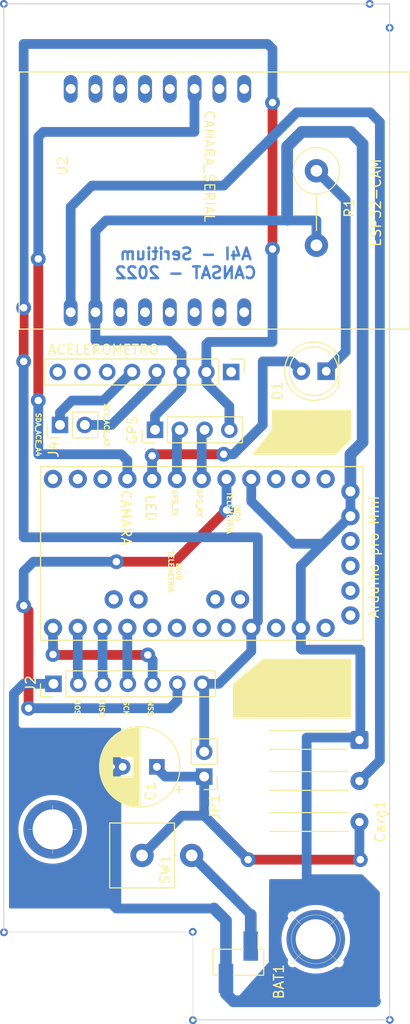
<source format=kicad_pcb>
(kicad_pcb (version 20211014) (generator pcbnew)
  (layers (0 "F.Cu" signal) (31 "B.Cu" signal) (34 "B.Paste" user) (35 "F.Paste" user) (36 "B.SilkS" user "B.Silkscreen") (37 "F.SilkS" user "F.Silkscreen") (38 "B.Mask" user) (39 "F.Mask" user) (44 "Edge.Cuts" user))
  (net 0 "")
  (net 1 "Net-(C1-Pad1)")
  (net 2 "3.7V")
  (net 3 "Net-(D1-Pad1)")
  (net 4 "GND")
  (net 5 "/LED")
  (net 6 "5V")
  (net 15 "/CAMARA")
  (net 22 "3.3V")
  (net 26 "/MOSI")
  (net 27 "/MISO")
  (net 28 "/SCK")
  (net 29 "NSS")
  (net 30 "DIO0")
  (net 31 "/GPS_RX")
  (net 52 "/GPS_TX")
  (net 53 "/SCL_ACE")
  (net 54 "/SDA_ACE")
  (footprint "LED_THT:LED_D5.0mm" (layer "F.Cu") (at 32.997312 37.568536 180)
    (fp_text reference "D1" (at 5 -2 90) (layer "F.SilkS"))
    (fp_text value "LED Blanco brillante")
    (fp_line (start -1.29 -1.545) (end -1.29 1.545) (layer "F.SilkS") (width 0.12))
    (fp_arc (start -1.29 -1.54483) (mid 2.072002 -2.880433) (end 4.26 0.000462) (layer "F.SilkS") (width 0.12))
    (fp_arc (start 4.26 -0.000462) (mid 2.072002 2.880433) (end -1.29 1.54483) (layer "F.SilkS") (width 0.12))
    (fp_circle (center 1.27 0) (end 3.77 0) (layer "F.SilkS") (width 0.12) (fill none))
    (pad "1" thru_hole rect (at 0 0 180) (size 1.8 1.8) (drill 0.9) (layers *.Cu *.Mask) (net 3 "Net-(D1-Pad1)"))
    (pad "2" thru_hole circle (at 2.54 0 180) (size 1.8 1.8) (drill 0.9) (layers *.Cu *.Mask) (net 5 "/LED"))
  )
  (footprint "Connector_PinHeader_2.54mm:PinHeader_1x02_P2.54mm_Vertical" (layer "F.Cu") (at 20.497312 79.068536 180)
    (fp_text reference "JP1" (at -1.080059 -3.099988 90) (layer "F.SilkS"))
    (fp_text value "JUMPER_CIRCUITO")
    (fp_line (start 1.33 1.27) (end 1.33 3.87) (layer "F.SilkS") (width 0.12))
    (fp_line (start -1.33 0) (end -1.33 -1.33) (layer "F.SilkS") (width 0.12))
    (fp_line (start -1.33 1.27) (end 1.33 1.27) (layer "F.SilkS") (width 0.12))
    (fp_line (start -1.33 -1.33) (end 0 -1.33) (layer "F.SilkS") (width 0.12))
    (fp_line (start -1.33 1.27) (end -1.33 3.87) (layer "F.SilkS") (width 0.12))
    (fp_line (start -1.33 3.87) (end 1.33 3.87) (layer "F.SilkS") (width 0.12))
    (pad "1" thru_hole rect (at 0 0 180) (size 1.7 1.7) (drill 1) (layers *.Cu *.Mask) (net 1 "Net-(C1-Pad1)"))
    (pad "2" thru_hole oval (at 0 2.54 180) (size 1.7 1.7) (drill 1) (layers *.Cu *.Mask) (net 22 "3.3V"))
  )
  (footprint "ESP32_CAM:ESP32-CAM" (layer "F.Cu") (at 16.976333 20.098711 90)
    (fp_text reference "U2" (at 3.530175 -10.979021 90) (layer "F.SilkS"))
    (fp_text value "ESP32-CAM")
    (fp_text user "ESP32-CAM" (at -0.219307 21.121858 90) (layer "F.SilkS"))
    (fp_line (start -13.16 -15.43) (end 13.16 -15.43) (layer "F.SilkS") (width 0.127))
    (fp_line (start 13.16 -15.43) (end 13.16 24.57) (layer "F.SilkS") (width 0.127))
    (fp_line (start -13.16 24.57) (end -13.16 -15.43) (layer "F.SilkS") (width 0.127))
    (fp_line (start 13.16 24.57) (end -13.16 24.57) (layer "F.SilkS") (width 0.127))
    (pad "P$1" thru_hole oval locked (at -11.43 -10.16 90) (size 2.8448 1.4224) (drill 1) (layers *.Cu *.Mask) (net 6 "5V"))
    (pad "P$2" thru_hole oval locked (at -11.43 -7.62 90) (size 2.8448 1.4224) (drill 1) (layers *.Cu *.Mask) (net 4 "GND"))
    (pad "P$3" thru_hole oval locked (at -11.43 -5.08 90) (size 2.8448 1.4224) (drill 1) (layers *.Cu *.Mask))
    (pad "P$4" thru_hole oval locked (at -11.43 -2.54 90) (size 2.8448 1.4224) (drill 1) (layers *.Cu *.Mask))
    (pad "P$5" thru_hole oval locked (at -11.43 0 90) (size 2.8448 1.4224) (drill 1) (layers *.Cu *.Mask))
    (pad "P$6" thru_hole oval locked (at -11.43 2.54 90) (size 2.8448 1.4224) (drill 1) (layers *.Cu *.Mask))
    (pad "P$7" thru_hole oval locked (at -11.43 5.08 90) (size 2.8448 1.4224) (drill 1) (layers *.Cu *.Mask))
    (pad "P$8" thru_hole oval locked (at -11.43 7.62 90) (size 2.8448 1.4224) (drill 1) (layers *.Cu *.Mask))
    (pad "P$9" thru_hole oval locked (at 11.43 7.62 90) (size 2.8448 1.4224) (drill 1) (layers *.Cu *.Mask))
    (pad "P$10" thru_hole oval locked (at 11.43 5.08 90) (size 2.8448 1.4224) (drill 1) (layers *.Cu *.Mask))
    (pad "P$11" thru_hole oval locked (at 11.43 2.54 90) (size 2.8448 1.4224) (drill 1) (layers *.Cu *.Mask) (net 15 "/CAMARA"))
    (pad "P$12" thru_hole oval locked (at 11.43 0 90) (size 2.8448 1.4224) (drill 1) (layers *.Cu *.Mask))
    (pad "P$13" thru_hole oval locked (at 11.43 -2.54 90) (size 2.8448 1.4224) (drill 1) (layers *.Cu *.Mask))
    (pad "P$14" thru_hole oval locked (at 11.43 -5.08 90) (size 2.8448 1.4224) (drill 1) (layers *.Cu *.Mask))
    (pad "P$15" thru_hole oval locked (at 11.43 -7.62 90) (size 2.8448 1.4224) (drill 1) (layers *.Cu *.Mask))
    (pad "P$16" thru_hole oval locked (at 11.43 -10.16 90) (size 2.8448 1.4224) (drill 1) (layers *.Cu *.Mask))
  )
  (footprint "Resistor_THT:R_Axial_DIN0414_L11.9mm_D4.5mm_P7.62mm_Vertical" (layer "F.Cu") (at 31.997312 17.053536 -90)
    (fp_text reference "R1" (at 3.81 -3.37 90) (layer "F.SilkS"))
    (fp_text value "220 Ohm")
    (fp_line (start 2.37 0) (end 6.12 0) (layer "F.SilkS") (width 0.12))
    (fp_circle (center 0 0) (end 2.37 0) (layer "F.SilkS") (width 0.12) (fill none))
    (pad "1" thru_hole circle (at 0 0 270) (size 2.4 2.4) (drill 1.2) (layers *.Cu *.Mask) (net 3 "Net-(D1-Pad1)"))
    (pad "2" thru_hole oval (at 7.62 0 270) (size 2.4 2.4) (drill 1.2) (layers *.Cu *.Mask) (net 4 "GND"))
  )
  (footprint "Connector_PinHeader_2.54mm:PinHeader_1x02_P2.54mm_Vertical" (layer "F.Cu") (at 5.722312 43.068536 90)
    (fp_text reference "J4" (at -2.5 -0.665 90) (layer "F.SilkS"))
    (fp_text value "AEREO")
    (fp_line (start -1.33 3.87) (end 1.33 3.87) (layer "F.SilkS") (width 0.12))
    (fp_line (start -1.33 -1.33) (end 0 -1.33) (layer "F.SilkS") (width 0.12))
    (fp_line (start -1.33 0) (end -1.33 -1.33) (layer "F.SilkS") (width 0.12))
    (fp_line (start -1.33 1.27) (end -1.33 3.87) (layer "F.SilkS") (width 0.12))
    (fp_line (start 1.33 1.27) (end 1.33 3.87) (layer "F.SilkS") (width 0.12))
    (fp_line (start -1.33 1.27) (end 1.33 1.27) (layer "F.SilkS") (width 0.12))
    (pad "1" thru_hole rect (at 0 0 90) (size 1.7 1.7) (drill 1) (layers *.Cu *.Mask) (net 54 "/SDA_ACE"))
    (pad "2" thru_hole oval (at 0 2.54 90) (size 1.7 1.7) (drill 1) (layers *.Cu *.Mask) (net 53 "/SCL_ACE"))
  )
  (footprint "Capacitor_THT:CP_Radial_D8.0mm_P3.50mm" (layer "F.Cu") (at 15.649963 78.068536 180)
    (fp_text reference "C1" (at 0.652651 -2.5 90) (layer "F.SilkS"))
    (fp_text value "47uF")
    (fp_line (start 5.191 -2.228) (end 5.191 2.228) (layer "F.SilkS") (width 0.12))
    (fp_line (start 3.711 1.04) (end 3.711 3.584) (layer "F.SilkS") (width 0.12))
    (fp_line (start 5.351 -1.964) (end 5.351 1.964) (layer "F.SilkS") (width 0.12))
    (fp_line (start 3.911 -3.469) (end 3.911 -1.04) (layer "F.SilkS") (width 0.12))
    (fp_line (start 1.91 -4.077) (end 1.91 4.077) (layer "F.SilkS") (width 0.12))
    (fp_line (start 5.791 -0.768) (end 5.791 0.768) (layer "F.SilkS") (width 0.12))
    (fp_line (start 2.551 1.04) (end 2.551 4.002) (layer "F.SilkS") (width 0.12))
    (fp_line (start 3.431 1.04) (end 3.431 3.722) (layer "F.SilkS") (width 0.12))
    (fp_line (start 3.471 -3.704) (end 3.471 -1.04) (layer "F.SilkS") (width 0.12))
    (fp_line (start 4.391 -3.124) (end 4.391 -1.04) (layer "F.SilkS") (width 0.12))
    (fp_line (start 4.151 -3.309) (end 4.151 -1.04) (layer "F.SilkS") (width 0.12))
    (fp_line (start 4.111 1.04) (end 4.111 3.338) (layer "F.SilkS") (width 0.12))
    (fp_line (start 2.35 -4.037) (end 2.35 4.037) (layer "F.SilkS") (width 0.12))
    (fp_line (start 4.031 -3.392) (end 4.031 -1.04) (layer "F.SilkS") (width 0.12))
    (fp_line (start 3.831 -3.517) (end 3.831 -1.04) (layer "F.SilkS") (width 0.12))
    (fp_line (start 1.79 -4.08) (end 1.79 4.08) (layer "F.SilkS") (width 0.12))
    (fp_line (start 4.631 -2.907) (end 4.631 2.907) (layer "F.SilkS") (width 0.12))
    (fp_line (start 3.711 -3.584) (end 3.711 -1.04) (layer "F.SilkS") (width 0.12))
    (fp_line (start 5.831 -0.533) (end 5.831 0.533) (layer "F.SilkS") (width 0.12))
    (fp_line (start 5.311 -2.034) (end 5.311 2.034) (layer "F.SilkS") (width 0.12))
    (fp_line (start 1.95 -4.076) (end 1.95 4.076) (layer "F.SilkS") (width 0.12))
    (fp_line (start 3.431 -3.722) (end 3.431 -1.04) (layer "F.SilkS") (width 0.12))
    (fp_line (start 2.751 1.04) (end 2.751 3.957) (layer "F.SilkS") (width 0.12))
    (fp_line (start 4.991 -2.505) (end 4.991 2.505) (layer "F.SilkS") (width 0.12))
    (fp_line (start 4.351 -3.156) (end 4.351 -1.04) (layer "F.SilkS") (width 0.12))
    (fp_line (start 2.951 -3.902) (end 2.951 -1.04) (layer "F.SilkS") (width 0.12))
    (fp_line (start 3.751 1.04) (end 3.751 3.562) (layer "F.SilkS") (width 0.12))
    (fp_line (start -2.659698 -2.315) (end -1.859698 -2.315) (layer "F.SilkS") (width 0.12))
    (fp_line (start 3.231 -3.805) (end 3.231 -1.04) (layer "F.SilkS") (width 0.12))
    (fp_line (start 5.751 -0.948) (end 5.751 0.948) (layer "F.SilkS") (width 0.12))
    (fp_line (start 4.871 -2.651) (end 4.871 2.651) (layer "F.SilkS") (width 0.12))
    (fp_line (start 4.831 -2.697) (end 4.831 2.697) (layer "F.SilkS") (width 0.12))
    (fp_line (start 3.551 -3.666) (end 3.551 -1.04) (layer "F.SilkS") (width 0.12))
    (fp_line (start 2.471 1.04) (end 2.471 4.017) (layer "F.SilkS") (width 0.12))
    (fp_line (start 5.511 -1.645) (end 5.511 1.645) (layer "F.SilkS") (width 0.12))
    (fp_line (start 2.551 -4.002) (end 2.551 -1.04) (layer "F.SilkS") (width 0.12))
    (fp_line (start 2.27 -4.048) (end 2.27 4.048) (layer "F.SilkS") (width 0.12))
    (fp_line (start 3.271 1.04) (end 3.271 3.79) (layer "F.SilkS") (width 0.12))
    (fp_line (start 2.15 -4.061) (end 2.15 4.061) (layer "F.SilkS") (width 0.12))
    (fp_line (start 5.711 -1.098) (end 5.711 1.098) (layer "F.SilkS") (width 0.12))
    (fp_line (start 3.551 1.04) (end 3.551 3.666) (layer "F.SilkS") (width 0.12))
    (fp_line (start 3.191 -3.821) (end 3.191 -1.04) (layer "F.SilkS") (width 0.12))
    (fp_line (start 4.351 1.04) (end 4.351 3.156) (layer "F.SilkS") (width 0.12))
    (fp_line (start 4.591 -2.945) (end 4.591 2.945) (layer "F.SilkS") (width 0.12))
    (fp_line (start 2.671 -3.976) (end 2.671 -1.04) (layer "F.SilkS") (width 0.12))
    (fp_line (start 2.07 -4.068) (end 2.07 4.068) (layer "F.SilkS") (width 0.12))
    (fp_line (start 2.831 -3.936) (end 2.831 -1.04) (layer "F.SilkS") (width 0.12))
    (fp_line (start 2.19 -4.057) (end 2.19 4.057) (layer "F.SilkS") (width 0.12))
    (fp_line (start 2.631 1.04) (end 2.631 3.985) (layer "F.SilkS") (width 0.12))
    (fp_line (start 3.951 1.04) (end 3.951 3.444) (layer "F.SilkS") (width 0.12))
    (fp_line (start 2.711 -3.967) (end 2.711 -1.04) (layer "F.SilkS") (width 0.12))
    (fp_line (start 4.191 1.04) (end 4.191 3.28) (layer "F.SilkS") (width 0.12))
    (fp_line (start 5.471 -1.731) (end 5.471 1.731) (layer "F.SilkS") (width 0.12))
    (fp_line (start 4.271 1.04) (end 4.271 3.22) (layer "F.SilkS") (width 0.12))
    (fp_line (start 5.111 -2.345) (end 5.111 2.345) (layer "F.SilkS") (width 0.12))
    (fp_line (start 4.311 1.04) (end 4.311 3.189) (layer "F.SilkS") (width 0.12))
    (fp_line (start 2.871 1.04) (end 2.871 3.925) (layer "F.SilkS") (width 0.12))
    (fp_line (start 3.991 -3.418) (end 3.991 -1.04) (layer "F.SilkS") (width 0.12))
    (fp_line (start -2.259698 -2.715) (end -2.259698 -1.915) (layer "F.SilkS") (width 0.12))
    (fp_line (start 2.471 -4.017) (end 2.471 -1.04) (layer "F.SilkS") (width 0.12))
    (fp_line (start 2.911 1.04) (end 2.911 3.914) (layer "F.SilkS") (width 0.12))
    (fp_line (start 3.791 -3.54) (end 3.791 -1.04) (layer "F.SilkS") (width 0.12))
    (fp_line (start 4.231 -3.25) (end 4.231 -1.04) (layer "F.SilkS") (width 0.12))
    (fp_line (start 1.83 -4.08) (end 1.83 4.08) (layer "F.SilkS") (width 0.12))
    (fp_line (start 4.031 1.04) (end 4.031 3.392) (layer "F.SilkS") (width 0.12))
    (fp_line (start 1.99 -4.074) (end 1.99 4.074) (layer "F.SilkS") (width 0.12))
    (fp_line (start 3.671 -3.606) (end 3.671 -1.04) (layer "F.SilkS") (width 0.12))
    (fp_line (start 4.471 -3.055) (end 4.471 -1.04) (layer "F.SilkS") (width 0.12))
    (fp_line (start 4.711 -2.826) (end 4.711 2.826) (layer "F.SilkS") (width 0.12))
    (fp_line (start 2.951 1.04) (end 2.951 3.902) (layer "F.SilkS") (width 0.12))
    (fp_line (start 4.071 -3.365) (end 4.071 -1.04) (layer "F.SilkS") (width 0.12))
    (fp_line (start 2.591 1.04) (end 2.591 3.994) (layer "F.SilkS") (width 0.12))
    (fp_line (start 2.39 -4.03) (end 2.39 4.03) (layer "F.SilkS") (width 0.12))
    (fp_line (start 2.511 1.04) (end 2.511 4.01) (layer "F.SilkS") (width 0.12))
    (fp_line (start 4.951 -2.556) (end 4.951 2.556) (layer "F.SilkS") (width 0.12))
    (fp_line (start 3.511 -3.686) (end 3.511 -1.04) (layer "F.SilkS") (width 0.12))
    (fp_line (start 5.271 -2.102) (end 5.271 2.102) (layer "F.SilkS") (width 0.12))
    (fp_line (start 2.31 -4.042) (end 2.31 4.042) (layer "F.SilkS") (width 0.12))
    (fp_line (start 3.391 1.04) (end 3.391 3.74) (layer "F.SilkS") (width 0.12))
    (fp_line (start 2.991 1.04) (end 2.991 3.889) (layer "F.SilkS") (width 0.12))
    (fp_line (start 2.991 -3.889) (end 2.991 -1.04) (layer "F.SilkS") (width 0.12))
    (fp_line (start 4.431 1.04) (end 4.431 3.09) (layer "F.SilkS") (width 0.12))
    (fp_line (start 3.911 1.04) (end 3.911 3.469) (layer "F.SilkS") (width 0.12))
    (fp_line (start 3.111 1.04) (end 3.111 3.85) (layer "F.SilkS") (width 0.12))
    (fp_line (start 4.511 -3.019) (end 4.511 -1.04) (layer "F.SilkS") (width 0.12))
    (fp_line (start 2.711 1.04) (end 2.711 3.967) (layer "F.SilkS") (width 0.12))
    (fp_line (start 4.151 1.04) (end 4.151 3.309) (layer "F.SilkS") (width 0.12))
    (fp_line (start 4.391 1.04) (end 4.391 3.124) (layer "F.SilkS") (width 0.12))
    (fp_line (start 4.231 1.04) (end 4.231 3.25) (layer "F.SilkS") (width 0.12))
    (fp_line (start 3.151 -3.835) (end 3.151 -1.04) (layer "F.SilkS") (width 0.12))
    (fp_line (start 3.671 1.04) (end 3.671 3.606) (layer "F.SilkS") (width 0.12))
    (fp_line (start 3.031 -3.877) (end 3.031 -1.04) (layer "F.SilkS") (width 0.12))
    (fp_line (start 3.591 -3.647) (end 3.591 -1.04) (layer "F.SilkS") (width 0.12))
    (fp_line (start 4.071 1.04) (end 4.071 3.365) (layer "F.SilkS") (width 0.12))
    (fp_line (start 2.23 -4.052) (end 2.23 4.052) (layer "F.SilkS") (width 0.12))
    (fp_line (start 3.871 -3.493) (end 3.871 -1.04) (layer "F.SilkS") (width 0.12))
    (fp_line (start 5.671 -1.229) (end 5.671 1.229) (layer "F.SilkS") (width 0.12))
    (fp_line (start 5.551 -1.552) (end 5.551 1.552) (layer "F.SilkS") (width 0.12))
    (fp_line (start 3.511 1.04) (end 3.511 3.686) (layer "F.SilkS") (width 0.12))
    (fp_line (start 2.631 -3.985) (end 2.631 -1.04) (layer "F.SilkS") (width 0.12))
    (fp_line (start 3.311 1.04) (end 3.311 3.774) (layer "F.SilkS") (width 0.12))
    (fp_line (start 4.431 -3.09) (end 4.431 -1.04) (layer "F.SilkS") (width 0.12))
    (fp_line (start 3.751 -3.562) (end 3.751 -1.04) (layer "F.SilkS") (width 0.12))
    (fp_line (start 5.431 -1.813) (end 5.431 1.813) (layer "F.SilkS") (width 0.12))
    (fp_line (start 3.271 -3.79) (end 3.271 -1.04) (layer "F.SilkS") (width 0.12))
    (fp_line (start 2.591 -3.994) (end 2.591 -1.04) (layer "F.SilkS") (width 0.12))
    (fp_line (start 5.591 -1.453) (end 5.591 1.453) (layer "F.SilkS") (width 0.12))
    (fp_line (start 5.231 -2.166) (end 5.231 2.166) (layer "F.SilkS") (width 0.12))
    (fp_line (start 3.871 1.04) (end 3.871 3.493) (layer "F.SilkS") (width 0.12))
    (fp_line (start 3.471 1.04) (end 3.471 3.704) (layer "F.SilkS") (width 0.12))
    (fp_line (start 3.631 -3.627) (end 3.631 -1.04) (layer "F.SilkS") (width 0.12))
    (fp_line (start 4.471 1.04) (end 4.471 3.055) (layer "F.SilkS") (width 0.12))
    (fp_line (start 2.43 -4.024) (end 2.43 4.024) (layer "F.SilkS") (width 0.12))
    (fp_line (start 4.511 1.04) (end 4.511 3.019) (layer "F.SilkS") (width 0.12))
    (fp_line (start 5.031 -2.454) (end 5.031 2.454) (layer "F.SilkS") (width 0.12))
    (fp_line (start 2.11 -4.065) (end 2.11 4.065) (layer "F.SilkS") (width 0.12))
    (fp_line (start 4.791 -2.741) (end 4.791 2.741) (layer "F.SilkS") (width 0.12))
    (fp_line (start 3.111 -3.85) (end 3.111 -1.04) (layer "F.SilkS") (width 0.12))
    (fp_line (start 1.87 -4.079) (end 1.87 4.079) (layer "F.SilkS") (width 0.12))
    (fp_line (start 2.911 -3.914) (end 2.911 -1.04) (layer "F.SilkS") (width 0.12))
    (fp_line (start 4.271 -3.22) (end 4.271 -1.04) (layer "F.SilkS") (width 0.12))
    (fp_line (start 2.791 -3.947) (end 2.791 -1.04) (layer "F.SilkS") (width 0.12))
    (fp_line (start 3.071 1.04) (end 3.071 3.863) (layer "F.SilkS") (width 0.12))
    (fp_line (start 4.911 -2.604) (end 4.911 2.604) (layer "F.SilkS") (width 0.12))
    (fp_line (start 4.751 -2.784) (end 4.751 2.784) (layer "F.SilkS") (width 0.12))
    (fp_line (start 2.751 -3.957) (end 2.751 -1.04) (layer "F.SilkS") (width 0.12))
    (fp_line (start 4.671 -2.867) (end 4.671 2.867) (layer "F.SilkS") (width 0.12))
    (fp_line (start 3.631 1.04) (end 3.631 3.627) (layer "F.SilkS") (width 0.12))
    (fp_line (start 3.311 -3.774) (end 3.311 -1.04) (layer "F.SilkS") (width 0.12))
    (fp_line (start 2.871 -3.925) (end 2.871 -1.04) (layer "F.SilkS") (width 0.12))
    (fp_line (start 2.831 1.04) (end 2.831 3.936) (layer "F.SilkS") (width 0.12))
    (fp_line (start 5.391 -1.89) (end 5.391 1.89) (layer "F.SilkS") (width 0.12))
    (fp_line (start 4.191 -3.28) (end 4.191 -1.04) (layer "F.SilkS") (width 0.12))
    (fp_line (start 4.111 -3.338) (end 4.111 -1.04) (layer "F.SilkS") (width 0.12))
    (fp_line (start 3.991 1.04) (end 3.991 3.418) (layer "F.SilkS") (width 0.12))
    (fp_line (start 2.671 1.04) (end 2.671 3.976) (layer "F.SilkS") (width 0.12))
    (fp_line (start 1.75 -4.08) (end 1.75 4.08) (layer "F.SilkS") (width 0.12))
    (fp_line (start 3.391 -3.74) (end 3.391 -1.04) (layer "F.SilkS") (width 0.12))
    (fp_line (start 3.951 -3.444) (end 3.951 -1.04) (layer "F.SilkS") (width 0.12))
    (fp_line (start 3.591 1.04) (end 3.591 3.647) (layer "F.SilkS") (width 0.12))
    (fp_line (start 2.791 1.04) (end 2.791 3.947) (layer "F.SilkS") (width 0.12))
    (fp_line (start 5.071 -2.4) (end 5.071 2.4) (layer "F.SilkS") (width 0.12))
    (fp_line (start 3.231 1.04) (end 3.231 3.805) (layer "F.SilkS") (width 0.12))
    (fp_line (start 3.151 1.04) (end 3.151 3.835) (layer "F.SilkS") (width 0.12))
    (fp_line (start 2.511 -4.01) (end 2.511 -1.04) (layer "F.SilkS") (width 0.12))
    (fp_line (start 4.551 -2.983) (end 4.551 2.983) (layer "F.SilkS") (width 0.12))
    (fp_line (start 3.351 1.04) (end 3.351 3.757) (layer "F.SilkS") (width 0.12))
    (fp_line (start 5.151 -2.287) (end 5.151 2.287) (layer "F.SilkS") (width 0.12))
    (fp_line (start 3.031 1.04) (end 3.031 3.877) (layer "F.SilkS") (width 0.12))
    (fp_line (start 2.03 -4.071) (end 2.03 4.071) (layer "F.SilkS") (width 0.12))
    (fp_line (start 3.071 -3.863) (end 3.071 -1.04) (layer "F.SilkS") (width 0.12))
    (fp_line (start 3.831 1.04) (end 3.831 3.517) (layer "F.SilkS") (width 0.12))
    (fp_line (start 5.631 -1.346) (end 5.631 1.346) (layer "F.SilkS") (width 0.12))
    (fp_line (start 3.351 -3.757) (end 3.351 -1.04) (layer "F.SilkS") (width 0.12))
    (fp_line (start 3.791 1.04) (end 3.791 3.54) (layer "F.SilkS") (width 0.12))
    (fp_line (start 3.191 1.04) (end 3.191 3.821) (layer "F.SilkS") (width 0.12))
    (fp_line (start 4.311 -3.189) (end 4.311 -1.04) (layer "F.SilkS") (width 0.12))
    (fp_circle (center 1.75 0) (end 5.87 0) (layer "F.SilkS") (width 0.12) (fill none))
    (pad "1" thru_hole rect (at 0 0 180) (size 1.6 1.6) (drill 0.8) (layers *.Cu *.Mask) (net 1 "Net-(C1-Pad1)"))
    (pad "2" thru_hole circle (at 3.5 0 180) (size 1.6 1.6) (drill 0.8) (layers *.Cu *.Mask) (net 4 "GND"))
  )
  (footprint "Resistor_THT:R_Axial_Power_L20.0mm_W6.4mm_P5.08mm_Vertical" (layer "F.Cu") (at 14.130964 87.138414)
    (fp_text reference "SW1" (at 2.366348 1.430122 90) (layer "F.SilkS"))
    (fp_text value "Interruptor general")
    (fp_line (start 3.32 3.32) (end 3.32 -3.32) (layer "F.SilkS") (width 0.12))
    (fp_line (start -3.32 3.32) (end 3.32 3.32) (layer "F.SilkS") (width 0.12))
    (fp_line (start 3.32 -3.32) (end -3.32 -3.32) (layer "F.SilkS") (width 0.12))
    (fp_line (start -3.32 -3.32) (end -3.32 3.32) (layer "F.SilkS") (width 0.12))
    (fp_line (start 3.32 0) (end 3.58 0) (layer "F.SilkS") (width 0.12))
    (pad "1" thru_hole circle (at 0 0) (size 2.4 2.4) (drill 1.2) (layers *.Cu *.Mask) (net 1 "Net-(C1-Pad1)"))
    (pad "2" thru_hole oval (at 5.08 0) (size 2.4 2.4) (drill 1.2) (layers *.Cu *.Mask) (net 2 "3.7V"))
  )
  (footprint "Connector_PinHeader_2.54mm:PinHeader_1x02_P2.54mm_Vertical_SMD_Pin1Left" (layer "F.Cu") (at 23.997312 98.068536 -90)
    (fp_text reference "BAT1" (at 1.99439 -4.149318 90) (layer "F.SilkS"))
    (fp_text value "Pilas")
    (fp_line (start 1.33 -2.6) (end 1.33 0.51) (layer "F.SilkS") (width 0.12))
    (fp_line (start -1.33 -2.03) (end -2.85 -2.03) (layer "F.SilkS") (width 0.12))
    (fp_line (start -1.33 -2.6) (end -1.33 -2.03) (layer "F.SilkS") (width 0.12))
    (fp_line (start 1.33 2.03) (end 1.33 2.6) (layer "F.SilkS") (width 0.12))
    (fp_line (start -1.33 -0.51) (end -1.33 2.6) (layer "F.SilkS") (width 0.12))
    (fp_line (start -1.33 -2.6) (end 1.33 -2.6) (layer "F.SilkS") (width 0.12))
    (fp_line (start -1.33 2.6) (end 1.33 2.6) (layer "F.SilkS") (width 0.12))
    (pad "1" smd rect (at -1.655 -1.27 270) (size 3 1.5) (layers "B.Cu" "F.Paste" "F.Mask") (net 2 "3.7V"))
    (pad "2" smd rect (at 1.655 1.27 270) (size 3 1.5) (layers "B.Cu" "F.Paste" "F.Mask") (net 4 "GND"))
  )
  (footprint "Connector_PinHeader_2.54mm:PinHeader_1x07_P2.54mm_Vertical" (layer "F.Cu") (at 5.054836 69.568536 90)
    (fp_text reference "J2" (at 0 -2.33 90) (layer "F.SilkS"))
    (fp_text value "LORA 868Mhz")
    (fp_line (start -1.33 -1.33) (end 0 -1.33) (layer "F.SilkS") (width 0.12))
    (fp_line (start -1.33 1.27) (end 1.33 1.27) (layer "F.SilkS") (width 0.12))
    (fp_line (start 1.33 1.27) (end 1.33 16.57) (layer "F.SilkS") (width 0.12))
    (fp_line (start -1.33 1.27) (end -1.33 16.57) (layer "F.SilkS") (width 0.12))
    (fp_line (start -1.33 16.57) (end 1.33 16.57) (layer "F.SilkS") (width 0.12))
    (fp_line (start -1.33 0) (end -1.33 -1.33) (layer "F.SilkS") (width 0.12))
    (pad "1" thru_hole rect (at 0 0 90) (size 1.7 1.7) (drill 1) (layers *.Cu *.Mask) (net 4 "GND"))
    (pad "2" thru_hole oval (at 0 2.54 90) (size 1.7 1.7) (drill 1) (layers *.Cu *.Mask) (net 26 "/MOSI"))
    (pad "3" thru_hole oval (at 0 5.08 90) (size 1.7 1.7) (drill 1) (layers *.Cu *.Mask) (net 27 "/MISO"))
    (pad "4" thru_hole oval (at 0 7.62 90) (size 1.7 1.7) (drill 1) (layers *.Cu *.Mask) (net 28 "/SCK"))
    (pad "5" thru_hole oval (at 0 10.16 90) (size 1.7 1.7) (drill 1) (layers *.Cu *.Mask) (net 29 "NSS"))
    (pad "6" thru_hole oval (at 0 12.7 90) (size 1.7 1.7) (drill 1) (layers *.Cu *.Mask) (net 30 "DIO0"))
    (pad "7" thru_hole oval (at 0 15.24 90) (size 1.7 1.7) (drill 1) (layers *.Cu *.Mask) (net 22 "3.3V"))
  )
  (footprint "Connector_PinHeader_2.54mm:PinHeader_1x08_P2.54mm_Vertical" (layer "F.Cu") (at 23.262422 37.649369 -90)
    (fp_text reference "ACELEROMETRO" (at -2.280811 13.08526) (layer "F.SilkS"))
    (fp_text value "GY-87")
    (fp_line (start 1.33 1.27) (end 1.33 19.11) (layer "F.SilkS") (width 0.12))
    (fp_line (start -1.33 -1.33) (end 0 -1.33) (layer "F.SilkS") (width 0.12))
    (fp_line (start -1.33 1.27) (end 1.33 1.27) (layer "F.SilkS") (width 0.12))
    (fp_line (start -1.33 1.27) (end -1.33 19.11) (layer "F.SilkS") (width 0.12))
    (fp_line (start -1.33 19.11) (end 1.33 19.11) (layer "F.SilkS") (width 0.12))
    (fp_line (start -1.33 0) (end -1.33 -1.33) (layer "F.SilkS") (width 0.12))
    (pad "1" thru_hole rect (at 0 0 270) (size 1.7 1.7) (drill 1) (layers *.Cu *.Mask))
    (pad "2" thru_hole oval (at 0 2.54 270) (size 1.7 1.7) (drill 1) (layers *.Cu *.Mask) (net 22 "3.3V"))
    (pad "3" thru_hole oval (at 0 5.08 270) (size 1.7 1.7) (drill 1) (layers *.Cu *.Mask) (net 4 "GND"))
    (pad "4" thru_hole oval (at 0 7.62 270) (size 1.7 1.7) (drill 1) (layers *.Cu *.Mask) (net 53 "/SCL_ACE"))
    (pad "5" thru_hole oval (at 0 10.16 270) (size 1.7 1.7) (drill 1) (layers *.Cu *.Mask) (net 54 "/SDA_ACE"))
    (pad "6" thru_hole oval (at 0 12.7 270) (size 1.7 1.7) (drill 1) (layers *.Cu *.Mask))
    (pad "7" thru_hole oval (at 0 15.24 270) (size 1.7 1.7) (drill 1) (layers *.Cu *.Mask))
    (pad "8" thru_hole oval (at 0 17.78 270) (size 1.7 1.7) (drill 1) (layers *.Cu *.Mask))
  )
  (footprint "Connector_PinHeader_2.54mm:PinHeader_1x04_P2.54mm_Vertical" (layer "F.Cu") (at 15.457312 43.568536 90)
    (fp_text reference "GPS" (at 0 -2.33 90) (layer "F.SilkS"))
    (fp_text value "GPS_NEO_6")
    (fp_line (start -1.33 8.95) (end 1.33 8.95) (layer "F.SilkS") (width 0.12))
    (fp_line (start -1.33 1.27) (end -1.33 8.95) (layer "F.SilkS") (width 0.12))
    (fp_line (start -1.33 -1.33) (end 0 -1.33) (layer "F.SilkS") (width 0.12))
    (fp_line (start 1.33 1.27) (end 1.33 8.95) (layer "F.SilkS") (width 0.12))
    (fp_line (start -1.33 0) (end -1.33 -1.33) (layer "F.SilkS") (width 0.12))
    (fp_line (start -1.33 1.27) (end 1.33 1.27) (layer "F.SilkS") (width 0.12))
    (pad "1" thru_hole rect (at 0 0 90) (size 1.7 1.7) (drill 1) (layers *.Cu *.Mask) (net 4 "GND"))
    (pad "2" thru_hole oval (at 0 2.54 90) (size 1.7 1.7) (drill 1) (layers *.Cu *.Mask) (net 52 "/GPS_TX"))
    (pad "3" thru_hole oval (at 0 5.08 90) (size 1.7 1.7) (drill 1) (layers *.Cu *.Mask) (net 31 "/GPS_RX"))
    (pad "4" thru_hole oval (at 0 7.62 90) (size 1.7 1.7) (drill 1) (layers *.Cu *.Mask) (net 22 "3.3V"))
  )
  (footprint "ARDUINO_PRO_MINI:MODULE_ARDUINO_PRO_MINI" (layer "F.Cu") (at 20.242715 56.222655 -90)
    (fp_text reference "Arduino pro Mini" (at 0.345881 -17.635 90) (layer "F.SilkS"))
    (fp_text value "ARDUINO_PRO_MINI")
    (fp_line (start -8.89 -16.51) (end -8.89 16.51) (layer "F.SilkS") (width 0.127))
    (fp_line (start 8.89 -16.51) (end -8.89 -16.51) (layer "F.SilkS") (width 0.127))
    (fp_line (start 8.89 16.51) (end 8.89 -16.51) (layer "F.SilkS") (width 0.127))
    (fp_line (start -8.89 16.51) (end 8.89 16.51) (layer "F.SilkS") (width 0.127))
    (pad "JP1_1" thru_hole circle locked (at 6.35 -15.24 270) (size 1.8796 1.8796) (drill 1.016) (layers *.Cu *.Mask))
    (pad "JP1_2" thru_hole circle locked (at 3.81 -15.24 270) (size 1.8796 1.8796) (drill 1.016) (layers *.Cu *.Mask))
    (pad "JP1_3" thru_hole circle locked (at 1.27 -15.24 270) (size 1.8796 1.8796) (drill 1.016) (layers *.Cu *.Mask))
    (pad "JP1_4" thru_hole circle locked (at -1.27 -15.24 270) (size 1.8796 1.8796) (drill 1.016) (layers *.Cu *.Mask))
    (pad "JP1_5" thru_hole circle locked (at -3.81 -15.24 270) (size 1.8796 1.8796) (drill 1.016) (layers *.Cu *.Mask) (net 4 "GND"))
    (pad "JP1_6" thru_hole circle locked (at -6.35 -15.24 270) (size 1.8796 1.8796) (drill 1.016) (layers *.Cu *.Mask) (net 4 "GND"))
    (pad "JP2_1" thru_hole circle locked (at 4.699 -1.397 270) (size 1.8796 1.8796) (drill 1.016) (layers *.Cu *.Mask))
    (pad "JP2_2" thru_hole circle locked (at 4.699 -3.937 270) (size 1.8796 1.8796) (drill 1.016) (layers *.Cu *.Mask))
    (pad "JP3_1" thru_hole circle locked (at 4.699 9.017 270) (size 1.8796 1.8796) (drill 1.016) (layers *.Cu *.Mask))
    (pad "JP3_2" thru_hole circle locked (at 4.699 6.477 270) (size 1.8796 1.8796) (drill 1.016) (layers *.Cu *.Mask))
    (pad "JP6_1" thru_hole circle locked (at 7.62 -12.7 270) (size 1.8796 1.8796) (drill 1.016) (layers *.Cu *.Mask))
    (pad "JP6_2" thru_hole circle locked (at 7.62 -10.16 270) (size 1.8796 1.8796) (drill 1.016) (layers *.Cu *.Mask) (net 4 "GND"))
    (pad "JP6_3" thru_hole circle locked (at 7.62 -7.62 270) (size 1.8796 1.8796) (drill 1.016) (layers *.Cu *.Mask))
    (pad "JP6_4" thru_hole circle locked (at 7.62 -5.08 270) (size 1.8796 1.8796) (drill 1.016) (layers *.Cu *.Mask) (net 22 "3.3V"))
    (pad "JP6_5" thru_hole circle locked (at 7.62 -2.54 270) (size 1.8796 1.8796) (drill 1.016) (layers *.Cu *.Mask))
    (pad "JP6_6" thru_hole circle locked (at 7.62 0 270) (size 1.8796 1.8796) (drill 1.016) (layers *.Cu *.Mask))
    (pad "JP6_7" thru_hole circle locked (at 7.62 2.54 270) (size 1.8796 1.8796) (drill 1.016) (layers *.Cu *.Mask))
    (pad "JP6_8" thru_hole circle locked (at 7.62 5.08 270) (size 1.8796 1.8796) (drill 1.016) (layers *.Cu *.Mask))
    (pad "JP6_9" thru_hole circle locked (at 7.62 7.62 270) (size 1.8796 1.8796) (drill 1.016) (layers *.Cu *.Mask) (net 28 "/SCK"))
    (pad "JP6_10" thru_hole circle locked (at 7.62 10.16 270) (size 1.8796 1.8796) (drill 1.016) (layers *.Cu *.Mask) (net 27 "/MISO"))
    (pad "JP6_11" thru_hole circle locked (at 7.62 12.7 270) (size 1.8796 1.8796) (drill 1.016) (layers *.Cu *.Mask) (net 26 "/MOSI"))
    (pad "JP6_12" thru_hole circle locked (at 7.62 15.24 270) (size 1.8796 1.8796) (drill 1.016) (layers *.Cu *.Mask) (net 29 "NSS"))
    (pad "JP7_1" thru_hole circle locked (at -7.62 15.24 270) (size 1.8796 1.8796) (drill 1.016) (layers *.Cu *.Mask))
    (pad "JP7_2" thru_hole circle locked (at -7.62 12.7 270) (size 1.8796 1.8796) (drill 1.016) (layers *.Cu *.Mask))
    (pad "JP7_3" thru_hole circle locked (at -7.62 10.16 270) (size 1.8796 1.8796) (drill 1.016) (layers *.Cu *.Mask))
    (pad "JP7_4" thru_hole circle locked (at -7.62 7.62 270) (size 1.8796 1.8796) (drill 1.016) (layers *.Cu *.Mask) (net 15 "/CAMARA"))
    (pad "JP7_5" thru_hole circle locked (at -7.62 5.08 270) (size 1.8796 1.8796) (drill 1.016) (layers *.Cu *.Mask) (net 5 "/LED"))
    (pad "JP7_6" thru_hole circle locked (at -7.62 2.54 270) (size 1.8796 1.8796) (drill 1.016) (layers *.Cu *.Mask) (net 52 "/GPS_TX"))
    (pad "JP7_7" thru_hole circle locked (at -7.62 0 270) (size 1.8796 1.8796) (drill 1.016) (layers *.Cu *.Mask) (net 31 "/GPS_RX"))
    (pad "JP7_8" thru_hole circle locked (at -7.62 -2.54 270) (size 1.8796 1.8796) (drill 1.016) (layers *.Cu *.Mask) (net 30 "DIO0"))
    (pad "JP7_9" thru_hole circle locked (at -7.62 -5.08 270) (size 1.8796 1.8796) (drill 1.016) (layers *.Cu *.Mask) (net 4 "GND"))
    (pad "JP7_10" thru_hole circle locked (at -7.62 -7.62 270) (size 1.8796 1.8796) (drill 1.016) (layers *.Cu *.Mask))
    (pad "JP7_11" thru_hole circle locked (at -7.62 -10.16 270) (size 1.8796 1.8796) (drill 1.016) (layers *.Cu *.Mask))
    (pad "JP7_12" thru_hole circle locked (at -7.62 -12.7 270) (size 1.8796 1.8796) (drill 1.016) (layers *.Cu *.Mask))
  )
  (footprint "Connector_Wire:SolderWire-0.25sqmm_1x03_P4.2mm_D0.65mm_OD1.7mm_Relief" (layer "F.Cu") (at 36.406146 75.31516 -90)
    (fp_text reference "Carg1" (at 8.327034 -2.118565 90) (layer "F.SilkS"))
    (fp_text value "Cargador")
    (fp_line (start 0.96 1.185) (end 0.96 9.24) (layer "F.SilkS") (width 0.12))
    (fp_line (start -0.96 1.185) (end -0.96 9.24) (layer "F.SilkS") (width 0.12))
    (fp_line (start 9.36 1.185) (end 9.36 9.24) (layer "F.SilkS") (width 0.12))
    (fp_line (start 5.16 1.185) (end 5.16 9.24) (layer "F.SilkS") (width 0.12))
    (fp_line (start 7.44 1.185) (end 7.44 9.24) (layer "F.SilkS") (width 0.12))
    (fp_line (start 3.24 1.185) (end 3.24 9.24) (layer "F.SilkS") (width 0.12))
    (pad "" np_thru_hole circle (at 0 10.2 270) (size 2.2 2.2) (drill 2.2) (layers *.Cu *.Mask))
    (pad "" np_thru_hole circle (at 8.4 10.2 270) (size 2.2 2.2) (drill 2.2) (layers *.Cu *.Mask))
    (pad "" np_thru_hole circle (at 4.2 10.2 270) (size 2.2 2.2) (drill 2.2) (layers *.Cu *.Mask))
    (pad "1" thru_hole roundrect (at 0 0 270) (size 1.85 1.85) (drill 0.85) (layers *.Cu *.Mask) (roundrect_rratio 0.1351351351) (net 4 "GND"))
    (pad "2" thru_hole circle (at 4.2 0 270) (size 1.85 1.85) (drill 0.85) (layers *.Cu *.Mask) (net 6 "5V"))
    (pad "3" thru_hole circle (at 8.4 0 270) (size 1.85 1.85) (drill 0.85) (layers *.Cu *.Mask) (net 1 "Net-(C1-Pad1)"))
  )
  (gr_poly (pts (xy 33.997312 46.068536) (xy 25.497312 46.068536) (xy 27.497312 43.568536) (xy 27.497312 41.568536) (xy 35.497312 41.568536) (xy 35.497312 44.568536)) (layer "F.SilkS") (width 0.12) (fill solid))
  (gr_poly (pts (xy 23.497312 73.068536) (xy 23.497312 69.568536) (xy 26.497312 67.068536) (xy 35.497312 67.068536) (xy 35.497312 73.068536)) (layer "F.SilkS") (width 0.12) (fill solid))
  (gr_line (start 38.727312 103.968536) (end 19.347312 103.968536) (layer "Edge.Cuts") (width 0.1))
  (gr_line (start 39.497312 -0.031464) (end 39.497312 103.968536) (layer "Edge.Cuts") (width 0.1))
  (gr_line (start -0.032688 -0.031464) (end 39.497312 -0.031464) (layer "Edge.Cuts") (width 0.1))
  (gr_line (start 39.497312 -0.031464) (end 38.727312 -0.031464) (layer "Edge.Cuts") (width 0.1))
  (gr_line (start -0.032688 94.968536) (end -0.032688 -0.031464) (layer "Edge.Cuts") (width 0.1))
  (gr_line (start 39.497312 103.968536) (end 38.727312 103.968536) (layer "Edge.Cuts") (width 0.1))
  (gr_line (start -0.032688 94.968536) (end 19.347312 94.968536) (layer "Edge.Cuts") (width 0.05))
  (gr_line (start 19.347312 94.968536) (end 19.347312 103.968536) (layer "Edge.Cuts") (width 0.05))
  (gr_text "A4I - Seritium\nCANSAT - 2022" (at 18.598581 26.531657) (layer "B.Cu") (effects (font (size 1.2 1.2) (thickness 0.25)) (justify mirror)))
  (gr_text "NSS" (at 14.997312 72.068536 -90) (layer "F.SilkS") (effects (font (size 0.5 0.5) (thickness 0.125))))
  (gr_text "MOSI" (at 7.497312 72.068536 -90) (layer "F.SilkS") (effects (font (size 0.5 0.5) (thickness 0.125))))
  (gr_text "GPS_TX" (at 17.497312 51.068536 -90) (layer "F.SilkS") (effects (font (size 0.5 0.5) (thickness 0.125))))
  (gr_text "SDA_ACE_A4" (at 3.497312 44.068536 -90) (layer "F.SilkS") (effects (font (size 0.5 0.5) (thickness 0.125))))
  (gr_text "CAMARA" (at 12.497312 52.568536 -90) (layer "F.SilkS") (effects (font (size 1 1))))
  (gr_text "DIO0\nTELEMETRIA" (at 17.497312 58.068536 -90) (layer "F.SilkS") (effects (font (size 0.5 0.5) (thickness 0.125))))
  (gr_text "LED" (at 14.997312 51.568536 -90) (layer "F.SilkS") (effects (font (size 1 1))))
  (gr_text "SCL_ACE_A5" (at 10.497312 43.068536 -90) (layer "F.SilkS") (effects (font (size 0.5 0.5) (thickness 0.125))))
  (gr_text "DIO0\nTELEMETRIA" (at 23.497312 52.068536 -90) (layer "F.SilkS") (effects (font (size 0.5 0.5) (thickness 0.125))))
  (gr_text "MISO" (at 9.997312 72.068536 -90) (layer "F.SilkS") (effects (font (size 0.5 0.5) (thickness 0.125))))
  (gr_text "CAMARA_SERIAL" (at 21.031784 16.568536 -90) (layer "F.SilkS") (effects (font (size 1 1) (thickness 0.125))))
  (gr_text "GPS_RX" (at 19.997312 51.068536 -90) (layer "F.SilkS") (effects (font (size 0.5 0.5) (thickness 0.125))))
  (gr_text "SCK" (at 12.497312 72.068536 -90) (layer "F.SilkS") (effects (font (size 0.5 0.5) (thickness 0.125))))
  (target plus (at 4.967312 84.468536) (size 5) (width 0.05) (layer "Edge.Cuts"))
  (target x (at 31.927312 95.718536) (size 5) (width 0.05) (layer "Edge.Cuts"))
  (via (at 39.499861 2.417029) (size 0.8) (drill 0.4) (layers "F.Cu" "B.Cu") (net 0))
  (via (at -0.015741 95.00709) (size 0.8) (drill 0.4) (layers "F.Cu" "B.Cu") (net 0))
  (via (at 19.329009 94.958864) (size 0.8) (drill 0.4) (layers "F.Cu" "B.Cu") (net 0))
  (via (at 19.342405 104.001365) (size 0.8) (drill 0.4) (layers "F.Cu" "B.Cu") (net 0))
  (via (at 37.457312 -0.031464) (size 0.8) (drill 0.4) (layers "F.Cu" "B.Cu") (net 0))
  (via (at 39.515046 103.974573) (size 0.8) (drill 0.4) (layers "F.Cu" "B.Cu") (net 0))
  (via (at 31.927312 95.718536) (size 6) (drill 4.1) (layers "F.Cu" "B.Cu") (net 0))
  (via (at 4.967312 84.468536) (size 6) (drill 4.1) (layers "F.Cu" "B.Cu") (net 0))
  (via (at -0.025808 -0.031464) (size 0.8) (drill 0.4) (layers "F.Cu" "B.Cu") (net 0))
  (segment (start 36.497312 87.568536) (end 24.997312 87.568536) (width 1) (layer "F.Cu") (net 1))
  (via (at 36.497312 87.568536) (size 1.524) (drill 0.76) (layers "F.Cu" "B.Cu") (net 1))
  (via (at 24.997312 87.568536) (size 1.524) (drill 0.76) (layers "F.Cu" "B.Cu") (net 1))
  (segment (start 20.497312 79.068536) (end 20.497312 83.068536) (width 1) (layer "B.Cu") (net 1))
  (segment (start 15.649963 78.068536) (end 15.649963 78.221187) (width 1) (layer "B.Cu") (net 1))
  (segment (start 14.130964 87.138414) (end 18.200842 83.068536) (width 1) (layer "B.Cu") (net 1))
  (segment (start 36.406146 83.71516) (end 36.406146 87.47737) (width 1) (layer "B.Cu") (net 1))
  (segment (start 15.649963 78.221187) (end 16.497312 79.068536) (width 1) (layer "B.Cu") (net 1))
  (segment (start 20.497312 83.068536) (end 24.997312 87.568536) (width 1) (layer "B.Cu") (net 1))
  (segment (start 16.497312 79.068536) (end 20.497312 79.068536) (width 1) (layer "B.Cu") (net 1))
  (segment (start 18.200842 83.068536) (end 20.497312 83.068536) (width 1) (layer "B.Cu") (net 1))
  (segment (start 36.406146 87.47737) (end 36.497312 87.568536) (width 1) (layer "B.Cu") (net 1))
  (segment (start 25.267312 93.194762) (end 19.210964 87.138414) (width 1) (layer "B.Cu") (net 2))
  (segment (start 25.267312 96.413536) (end 25.267312 93.194762) (width 1.2) (layer "B.Cu") (net 2))
  (segment (start 34.997312 35.568536) (end 34.997312 20.053536) (width 1) (layer "B.Cu") (net 3))
  (segment (start 32.997312 37.568536) (end 34.997312 35.568536) (width 1) (layer "B.Cu") (net 3))
  (segment (start 34.997312 20.053536) (end 31.997312 17.053536) (width 1) (layer "B.Cu") (net 3))
  (segment (start 30.402715 57.492655) (end 32.662073 55.233297) (width 1) (layer "B.Cu") (net 4))
  (segment (start 0.997312 74.068536) (end 0.997312 70.568536) (width 1) (layer "B.Cu") (net 4))
  (segment (start 18.182422 37.649369) (end 18.182422 39.383426) (width 1) (layer "B.Cu") (net 4))
  (segment (start 30.497312 13.068536) (end 28.997312 14.568536) (width 1.2) (layer "B.Cu") (net 4))
  (segment (start 10.432312 22.133536) (end 29.062312 22.133536) (width 1) (layer "B.Cu") (net 4))
  (segment (start 36.406146 75.31516) (end 36.159522 75.068536) (width 1) (layer "B.Cu") (net 4))
  (segment (start 32.662073 55.233297) (end 35.482715 52.412655) (width 1) (layer "B.Cu") (net 4))
  (segment (start 36.731146 14.30237) (end 35.497312 13.068536) (width 1.2) (layer "B.Cu") (net 4))
  (segment (start 9.356333 34.427557) (end 9.356333 31.528711) (width 1) (layer "B.Cu") (net 4))
  (segment (start 1.497312 74.568536) (end 0.997312 74.068536) (width 1) (layer "B.Cu") (net 4))
  (segment (start 25.322715 48.602655) (end 25.322715 50.893939) (width 1) (layer "B.Cu") (net 4))
  (segment (start 23.497312 102.068536) (end 37.997312 102.068536) (width 1.2) (layer "B.Cu") (net 4))
  (segment (start 22.727312 93.798536) (end 22.727312 99.723536) (width 1.2) (layer "B.Cu") (net 4))
  (segment (start 36.497312 89.568536) (end 30.997312 89.568536) (width 1) (layer "B.Cu") (net 4))
  (segment (start 30.402715 63.842655) (end 30.402715 65.973939) (width 1) (layer "B.Cu") (net 4))
  (segment (start 18.182422 39.383426) (end 15.457312 42.108536) (width 1) (layer "B.Cu") (net 4))
  (segment (start 9.356333 23.209515) (end 10.432312 22.133536) (width 1) (layer "B.Cu") (net 4))
  (segment (start 22.727312 101.298536) (end 23.497312 102.068536) (width 1.2) (layer "B.Cu") (net 4))
  (segment (start 29.062312 22.133536) (end 31.997312 22.133536) (width 1) (layer "B.Cu") (net 4))
  (segment (start 11.497312 92.568536) (end 10.997312 92.068536) (width 1) (layer "B.Cu") (net 4))
  (segment (start 30.497312 66.068536) (end 36.497312 66.068536) (width 1) (layer "B.Cu") (net 4))
  (segment (start 37.997312 91.068536) (end 36.497312 89.568536) (width 1) (layer "B.Cu") (net 4))
  (segment (start 1.997312 69.568536) (end 5.054836 69.568536) (width 1) (layer "B.Cu") (net 4))
  (segment (start 29.662073 55.233297) (end 32.662073 55.233297) (width 1) (layer "B.Cu") (net 4))
  (segment (start 15.457312 42.108536) (end 15.457312 43.568536) (width 1) (layer "B.Cu") (net 4))
  (segment (start 30.997312 89.568536) (end 30.997312 75.068536) (width 1) (layer "B.Cu") (net 4))
  (segment (start 28.997312 22.068536) (end 29.062312 22.133536) (width 1) (layer "B.Cu") (net 4))
  (segment (start 36.159522 75.068536) (end 30.997312 75.068536) (width 1) (layer "B.Cu") (net 4))
  (segment (start 37.997312 102.068536) (end 37.997312 91.068536) (width 1) (layer "B.Cu") (net 4))
  (segment (start 21.497312 92.568536) (end 11.497312 92.568536) (width 1) (layer "B.Cu") (net 4))
  (segment (start 10.997312 79.221187) (end 12.149963 78.068536) (width 1) (layer "B.Cu") (net 4))
  (segment (start 18.182422 37.649369) (end 18.182422 35.753646) (width 1) (layer "B.Cu") (net 4))
  (segment (start 28.997312 19.133536) (end 28.997312 22.068536) (width 1.2) (layer "B.Cu") (net 4))
  (segment (start 10.997312 92.068536) (end 10.997312 79.221187) (width 1) (layer "B.Cu") (net 4))
  (segment (start 18.182422 35.753646) (end 16.856333 34.427557) (width 1) (layer "B.Cu") (net 4))
  (segment (start 35.482715 49.872655) (end 35.482715 52.412655) (width 1) (layer "B.Cu") (net 4))
  (segment (start 0.997312 70.568536) (end 1.997312 69.568536) (width 1) (layer "B.Cu") (net 4))
  (segment (start 35.482715 46.083133) (end 36.731146 44.834702) (width 1.2) (layer "B.Cu") (net 4))
  (segment (start 9.356333 31.528711) (end 9.356333 23.209515) (width 1) (layer "B.Cu") (net 4))
  (segment (start 28.997312 14.568536) (end 28.997312 19.133536) (width 1.2) (layer "B.Cu") (net 4))
  (segment (start 16.856333 34.427557) (end 9.356333 34.427557) (width 1) (layer "B.Cu") (net 4))
  (segment (start 36.497312 66.068536) (end 36.497312 75.223994) (width 1) (layer "B.Cu") (net 4))
  (segment (start 12.149963 78.068536) (end 8.649963 74.568536) (width 1) (layer "B.Cu") (net 4))
  (segment (start 35.497312 13.068536) (end 30.497312 13.068536) (width 1.2) (layer "B.Cu") (net 4))
  (segment (start 36.497312 75.223994) (end 36.406146 75.31516) (width 1) (layer "B.Cu") (net 4))
  (segment (start 30.402715 63.842655) (end 30.402715 57.492655) (width 1) (layer "B.Cu") (net 4))
  (segment (start 30.402715 65.973939) (end 30.497312 66.068536) (width 1) (layer "B.Cu") (net 4))
  (segment (start 8.649963 74.568536) (end 1.497312 74.568536) (width 1) (layer "B.Cu") (net 4))
  (segment (start 25.322715 50.893939) (end 29.662073 55.233297) (width 1) (layer "B.Cu") (net 4))
  (segment (start 36.731146 44.834702) (end 36.731146 14.30237) (width 1.2) (layer "B.Cu") (net 4))
  (segment (start 35.482715 49.872655) (end 35.482715 46.083133) (width 1.2) (layer "B.Cu") (net 4))
  (segment (start 31.997312 24.673536) (end 31.997312 22.133536) (width 1) (layer "B.Cu") (net 4))
  (segment (start 21.497312 92.568536) (end 22.727312 93.798536) (width 1.2) (layer "B.Cu") (net 4))
  (segment (start 22.497312 46.068536) (end 15.328118 46.068536) (width 1) (layer "F.Cu") (net 5))
  (segment (start 15.328118 46.068536) (end 15.162715 46.233939) (width 1) (layer "F.Cu") (net 5))
  (via (at 15.162715 46.233939) (size 1.524) (drill 0.76) (layers "F.Cu" "B.Cu") (net 5))
  (via (at 22.497312 46.068536) (size 1.524) (drill 0.76) (layers "F.Cu" "B.Cu") (net 5))
  (segment (start 15.162715 48.602655) (end 15.162715 46.233939) (width 1) (layer "B.Cu") (net 5))
  (segment (start 26.497312 43.068536) (end 26.497312 36.568536) (width 1) (layer "B.Cu") (net 5))
  (segment (start 30.457312 37.568536) (end 29.457312 36.568536) (width 1) (layer "B.Cu") (net 5))
  (segment (start 23.497312 46.068536) (end 26.497312 43.068536) (width 1) (layer "B.Cu") (net 5))
  (segment (start 29.457312 36.568536) (end 26.497312 36.568536) (width 1) (layer "B.Cu") (net 5))
  (segment (start 22.497312 46.068536) (end 23.497312 46.068536) (width 1) (layer "B.Cu") (net 5))
  (segment (start 29.997312 11.068536) (end 37.497312 11.068536) (width 1) (layer "B.Cu") (net 6))
  (segment (start 38.497312 77.423994) (end 36.406146 79.51516) (width 1) (layer "B.Cu") (net 6))
  (segment (start 38.497312 12.068536) (end 38.497312 77.423994) (width 1) (layer "B.Cu") (net 6))
  (segment (start 8.997312 18.568536) (end 22.497312 18.568536) (width 1) (layer "B.Cu") (net 6))
  (segment (start 37.497312 11.068536) (end 38.497312 12.068536) (width 1) (layer "B.Cu") (net 6))
  (segment (start 22.497312 18.568536) (end 29.997312 11.068536) (width 1) (layer "B.Cu") (net 6))
  (segment (start 6.816333 20.749515) (end 8.997312 18.568536) (width 1) (layer "B.Cu") (net 6))
  (segment (start 6.816333 31.528711) (end 6.816333 20.749515) (width 1) (layer "B.Cu") (net 6))
  (segment (start 3.497312 26.068536) (end 3.497312 40.568536) (width 1) (layer "F.Cu") (net 15))
  (via (at 3.497312 40.568536) (size 1.524) (drill 0.76) (layers "F.Cu" "B.Cu") (net 15))
  (via (at 3.497312 26.068536) (size 1.524) (drill 0.76) (layers "F.Cu" "B.Cu") (net 15))
  (segment (start 11.997312 46.068536) (end 3.497312 46.068536) (width 1) (layer "B.Cu") (net 15))
  (segment (start 19.516333 8.668711) (end 19.516333 9.668711) (width 1) (layer "B.Cu") (net 15))
  (segment (start 3.497312 13.568536) (end 3.497312 26.068536) (width 1) (layer "B.Cu") (net 15))
  (segment (start 19.516333 9.668711) (end 19.497312 9.687732) (width 1) (layer "B.Cu") (net 15))
  (segment (start 3.497312 46.068536) (end 3.497312 40.568536) (width 1) (layer "B.Cu") (net 15))
  (segment (start 19.497312 13.068536) (end 3.997312 13.068536) (width 1) (layer "B.Cu") (net 15))
  (segment (start 19.497312 9.687732) (end 19.497312 13.068536) (width 1) (layer "B.Cu") (net 15))
  (segment (start 12.622715 48.602655) (end 12.622715 46.693939) (width 1) (layer "B.Cu") (net 15))
  (segment (start 12.622715 46.693939) (end 11.997312 46.068536) (width 1) (layer "B.Cu") (net 15))
  (segment (start 3.997312 13.068536) (end 3.497312 13.568536) (width 1) (layer "B.Cu") (net 15))
  (segment (start 27.497312 25.068536) (end 27.497312 10.068536) (width 1) (layer "F.Cu") (net 22))
  (segment (start 1.997312 36.568536) (end 1.997312 31.068536) (width 1) (layer "F.Cu") (net 22))
  (via (at 1.997312 36.568536) (size 1.524) (drill 0.76) (layers "F.Cu" "B.Cu") (net 22))
  (via (at 27.497312 10.068536) (size 1.524) (drill 0.76) (layers "F.Cu" "B.Cu") (net 22))
  (via (at 27.497312 25.068536) (size 1.524) (drill 0.76) (layers "F.Cu" "B.Cu") (net 22))
  (via (at 1.997312 31.068536) (size 1.524) (drill 0.76) (layers "F.Cu" "B.Cu") (net 22))
  (segment (start 20.497312 69.771012) (end 20.294836 69.568536) (width 1) (layer "B.Cu") (net 22))
  (segment (start 1.997312 54.568536) (end 1.997312 36.568536) (width 1) (layer "B.Cu") (net 22))
  (segment (start 20.722422 37.649369) (end 20.722422 34.793646) (width 1) (layer "B.Cu") (net 22))
  (segment (start 27.497312 34.568536) (end 27.497312 25.068536) (width 1) (layer "B.Cu") (net 22))
  (segment (start 20.497312 76.528536) (end 20.497312 69.771012) (width 1) (layer "B.Cu") (net 22))
  (segment (start 26.997312 4.068536) (end 27.497312 4.568536) (width 1) (layer "B.Cu") (net 22))
  (segment (start 20.947532 34.568536) (end 27.497312 34.568536) (width 1) (layer "B.Cu") (net 22))
  (segment (start 23.077312 43.568536) (end 23.077312 41.148536) (width 1) (layer "B.Cu") (net 22))
  (segment (start 1.997312 4.068536) (end 26.997312 4.068536) (width 1) (layer "B.Cu") (net 22))
  (segment (start 25.322715 63.842655) (end 25.997312 63.168058) (width 1) (layer "B.Cu") (net 22))
  (segment (start 20.722422 38.793646) (end 20.722422 37.649369) (width 1) (layer "B.Cu") (net 22))
  (segment (start 25.997312 63.168058) (end 25.997312 54.568536) (width 1) (layer "B.Cu") (net 22))
  (segment (start 20.722422 34.793646) (end 20.947532 34.568536) (width 1) (layer "B.Cu") (net 22))
  (segment (start 27.497312 4.568536) (end 27.497312 10.068536) (width 1) (layer "B.Cu") (net 22))
  (segment (start 21.997312 69.568536) (end 25.322715 66.243133) (width 1) (layer "B.Cu") (net 22))
  (segment (start 20.294836 69.568536) (end 21.997312 69.568536) (width 1) (layer "B.Cu") (net 22))
  (segment (start 1.997312 31.068536) (end 1.997312 4.068536) (width 1) (layer "B.Cu") (net 22))
  (segment (start 23.077312 41.148536) (end 20.722422 38.793646) (width 1) (layer "B.Cu") (net 22))
  (segment (start 25.322715 66.243133) (end 25.322715 63.842655) (width 1) (layer "B.Cu") (net 22))
  (segment (start 25.997312 54.568536) (end 1.997312 54.568536) (width 1) (layer "B.Cu") (net 22))
  (segment (start 7.542715 63.842655) (end 7.542715 68.743819) (width 1) (layer "B.Cu") (net 26))
  (segment (start 7.542715 68.743819) (end 7.594836 68.79594) (width 1) (layer "B.Cu") (net 26))
  (segment (start 10.082715 68.743819) (end 10.134836 68.79594) (width 1) (layer "B.Cu") (net 27))
  (segment (start 10.082715 63.842655) (end 10.082715 68.743819) (width 1) (layer "B.Cu") (net 27))
  (segment (start 12.622715 68.743819) (end 12.674836 68.79594) (width 1) (layer "B.Cu") (net 28))
  (segment (start 12.622715 63.842655) (end 12.622715 68.743819) (width 1) (layer "B.Cu") (net 28))
  (segment (start 5.053193 66.613611) (end 5.002715 66.563133) (width 1) (layer "F.Cu") (net 29))
  (segment (start 14.71607 66.613611) (end 5.053193 66.613611) (width 1) (layer "F.Cu") (net 29))
  (via (at 5.002715 66.563133) (size 1.524) (drill 0.76) (layers "F.Cu" "B.Cu") (net 29))
  (via (at 14.71607 66.613611) (size 1.524) (drill 0.76) (layers "F.Cu" "B.Cu") (net 29))
  (segment (start 15.214836 67.112377) (end 14.71607 66.613611) (width 1) (layer "B.Cu") (net 29))
  (segment (start 5.002715 63.842655) (end 5.002715 66.563133) (width 1) (layer "B.Cu") (net 29))
  (segment (start 15.214836 69.568536) (end 15.214836 67.112377) (width 1) (layer "B.Cu") (net 29))
  (segment (start 22.782715 51.783133) (end 17.497312 57.068536) (width 1) (layer "F.Cu") (net 30))
  (segment (start 2.497312 72.068536) (end 2.497312 62.068536) (width 1) (layer "F.Cu") (net 30))
  (segment (start 2.497312 62.068536) (end 1.997312 61.568536) (width 1) (layer "F.Cu") (net 30))
  (segment (start 17.497312 57.068536) (end 11.497312 57.068536) (width 1) (layer "F.Cu") (net 30))
  (via (at 11.497312 57.068536) (size 1.524) (drill 0.76) (layers "F.Cu" "B.Cu") (net 30))
  (via (at 2.497312 72.068536) (size 1.524) (drill 0.76) (layers "F.Cu" "B.Cu") (net 30))
  (via (at 22.782715 51.783133) (size 1.524) (drill 0.76) (layers "F.Cu" "B.Cu") (net 30))
  (via (at 1.997312 61.568536) (size 1.524) (drill 0.76) (layers "F.Cu" "B.Cu") (net 30))
  (segment (start 11.497312 57.068536) (end 2.997312 57.068536) (width 1) (layer "B.Cu") (net 30))
  (segment (start 16.997312 72.068536) (end 2.497312 72.068536) (width 1) (layer "B.Cu") (net 30))
  (segment (start 17.754836 69.568536) (end 17.754836 71.311012) (width 1) (layer "B.Cu") (net 30))
  (segment (start 1.997312 58.068536) (end 1.997312 61.568536) (width 1) (layer "B.Cu") (net 30))
  (segment (start 2.997312 57.068536) (end 1.997312 58.068536) (width 1) (layer "B.Cu") (net 30))
  (segment (start 22.782715 48.602655) (end 22.782715 51.783133) (width 1) (layer "B.Cu") (net 30))
  (segment (start 17.754836 71.311012) (end 16.997312 72.068536) (width 1) (layer "B.Cu") (net 30))
  (segment (start 20.242715 48.602655) (end 20.242715 43.863133) (width 1) (layer "B.Cu") (net 31))
  (segment (start 20.242715 43.863133) (end 20.537312 43.568536) (width 1) (layer "B.Cu") (net 31))
  (segment (start 17.702715 43.863133) (end 17.997312 43.568536) (width 1) (layer "B.Cu") (net 52))
  (segment (start 17.702715 48.602655) (end 17.702715 43.863133) (width 1) (layer "B.Cu") (net 52))
  (segment (start 15.642422 37.649369) (end 15.642422 38.423426) (width 1) (layer "B.Cu") (net 53))
  (segment (start 15.642422 38.423426) (end 10.997312 43.068536) (width 1) (layer "B.Cu") (net 53))
  (segment (start 10.997312 43.068536) (end 8.262312 43.068536) (width 1) (layer "B.Cu") (net 53))
  (segment (start 6.947312 40.568536) (end 10.183255 40.568536) (width 1) (layer "B.Cu") (net 54))
  (segment (start 13.102422 37.649369) (end 10.183255 40.568536) (width 1) (layer "B.Cu") (net 54))
  (segment (start 5.722312 41.793536) (end 6.947312 40.568536) (width 1) (layer "B.Cu") (net 54))
  (segment (start 5.722312 43.068536) (end 5.722312 41.793536) (width 1) (layer "B.Cu") (net 54))
  (zone (net 4) (net_name "GND") (layer "B.Cu") (name "Taladro2") (connect_pads (clearance 0.508)) (min_thickness 0.254) (fill yes (thermal_gap 0.508) (thermal_bridge_width 0.508))
    (polygon (pts (xy 23.497312 102.145459) (xy 27.112695 98.068536) (xy 27.149993 89.556397) (xy 36.497312 89.568536) (xy 37.997312 91.068536) (xy 37.997312 102.068536)))
  )
  (zone (net 4) (net_name "GND") (layer "B.Cu") (name "Taladro1") (connect_pads (clearance 0.508)) (min_thickness 0.254) (fill yes (thermal_gap 0.508) (thermal_bridge_width 0.508))
    (polygon (pts (xy 0.497312 92.568536) (xy 0.497312 74.068536) (xy 8.997312 74.068536) (xy 11.997312 74.068536) (xy 11.997312 78.068536) (xy 11.997312 80.068536) (xy 11.997312 92.568536)))
  )
)
</source>
